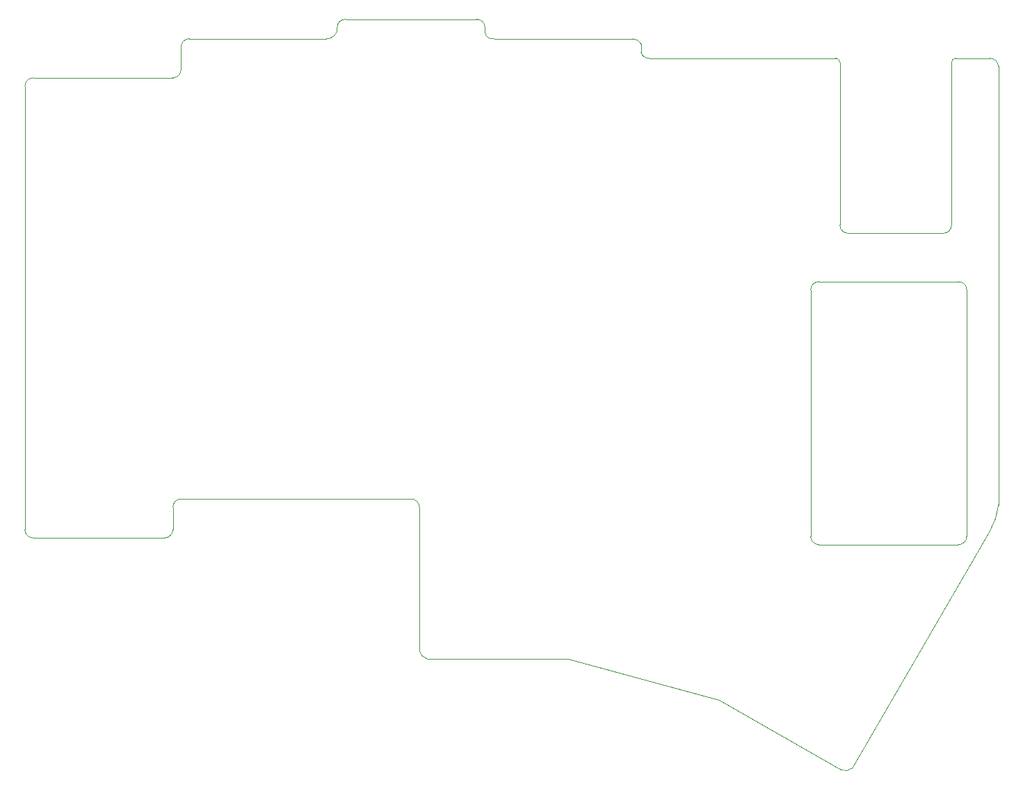
<source format=gm1>
%TF.GenerationSoftware,KiCad,Pcbnew,8.0.5*%
%TF.CreationDate,2025-01-31T00:00:52+02:00*%
%TF.ProjectId,1_3S,315f3353-2e6b-4696-9361-645f70636258,rev?*%
%TF.SameCoordinates,Original*%
%TF.FileFunction,Profile,NP*%
%FSLAX46Y46*%
G04 Gerber Fmt 4.6, Leading zero omitted, Abs format (unit mm)*
G04 Created by KiCad (PCBNEW 8.0.5) date 2025-01-31 00:00:52*
%MOMM*%
%LPD*%
G01*
G04 APERTURE LIST*
%TA.AperFunction,Profile*%
%ADD10C,0.120000*%
%TD*%
G04 APERTURE END LIST*
D10*
X211963000Y-55616046D02*
X207800000Y-55616046D01*
X113500000Y-54240978D02*
G75*
G02*
X114500000Y-53241000I1000000J-22D01*
G01*
X211963012Y-55615978D02*
G75*
G02*
X213000036Y-56615977I-12J-1037722D01*
G01*
X112500000Y-112983849D02*
G75*
G02*
X111500000Y-113983800I-999900J-51D01*
G01*
X111500000Y-113983849D02*
X95480000Y-113990978D01*
X170508049Y-55618933D02*
G75*
G02*
X169499966Y-54900007I-105049J918933D01*
G01*
X178980000Y-133700970D02*
X160600000Y-128740970D01*
X141500000Y-109240986D02*
G75*
G02*
X142500014Y-110240986I0J-1000014D01*
G01*
X132500000Y-51911251D02*
G75*
G02*
X133500000Y-50878848I1001800J30151D01*
G01*
X213000000Y-56615978D02*
X213000000Y-109982000D01*
X151648500Y-53258887D02*
X168500000Y-53258887D01*
X195200000Y-142016509D02*
G75*
G02*
X193799979Y-142200045I-845300J1016509D01*
G01*
X142500000Y-127700000D02*
X142500000Y-110240986D01*
X193800000Y-142200000D02*
X178980000Y-133700970D01*
X168500000Y-53258887D02*
G75*
G02*
X169500015Y-53899994I36200J-1044013D01*
G01*
X114500000Y-53240978D02*
X131163500Y-53247478D01*
X170508049Y-55618934D02*
X193200000Y-55616046D01*
X94480001Y-59044810D02*
G75*
G02*
X95536343Y-57998148I1035599J11210D01*
G01*
X211963000Y-113157000D02*
X195200000Y-142016509D01*
X112500000Y-110240903D02*
G75*
G02*
X113500000Y-109240900I1000100J-97D01*
G01*
X151648500Y-53258887D02*
G75*
G02*
X150499952Y-52511885I-200700J947887D01*
G01*
X94480000Y-112990978D02*
X94480000Y-59044810D01*
X143500000Y-128740708D02*
G75*
G02*
X142499994Y-127700002I401300J1386408D01*
G01*
X133500000Y-50878790D02*
X149500000Y-50881690D01*
X113500000Y-56990948D02*
G75*
G02*
X112500000Y-57990900I-1000000J48D01*
G01*
X169500000Y-54900000D02*
X169500000Y-53900000D01*
X112500000Y-112983849D02*
X112500000Y-110240903D01*
X149500000Y-50881690D02*
G75*
G02*
X150500010Y-51883355I-800J-1000810D01*
G01*
X95480000Y-113990978D02*
G75*
G02*
X94480022Y-112990978I0J999978D01*
G01*
X95536343Y-57998141D02*
X112500000Y-57990978D01*
X160600000Y-128740970D02*
X143500000Y-128740708D01*
X132500000Y-51911251D02*
G75*
G02*
X131163500Y-53247478I-1229300J-106949D01*
G01*
X150500000Y-51883355D02*
X150500000Y-52511875D01*
X141500000Y-109240986D02*
X113500000Y-109240986D01*
X113500000Y-56990948D02*
X113500000Y-54240978D01*
X213000000Y-109982000D02*
G75*
G02*
X211962989Y-113156993I-7260000J614400D01*
G01*
X190144000Y-113806000D02*
X190144000Y-83806000D01*
X191144000Y-82806000D02*
X208144000Y-82806000D01*
X208144000Y-114806000D02*
X191144000Y-114806000D01*
X209144000Y-83806000D02*
X209144000Y-113806000D01*
X190144000Y-83806000D02*
G75*
G02*
X191144000Y-82806000I1000050J-50D01*
G01*
X191144000Y-114806000D02*
G75*
G02*
X190144000Y-113806000I23J1000023D01*
G01*
X208144000Y-82806000D02*
G75*
G02*
X209144000Y-83806000I0J-1000000D01*
G01*
X209144000Y-113806000D02*
G75*
G02*
X208144000Y-114806000I-999950J-50D01*
G01*
X193700000Y-56116046D02*
X193700000Y-75916046D01*
X194700000Y-76916046D02*
X206300000Y-76916046D01*
X207300000Y-75916046D02*
X207300000Y-56116046D01*
X193200000Y-55616046D02*
G75*
G02*
X193700000Y-56116046I0J-500000D01*
G01*
X194700000Y-76916046D02*
G75*
G02*
X193700000Y-75916046I0J1000000D01*
G01*
X207300000Y-56116046D02*
G75*
G02*
X207800000Y-55616046I499998J2D01*
G01*
X207300000Y-75916046D02*
G75*
G02*
X206300000Y-76916046I-999999J-1D01*
G01*
M02*

</source>
